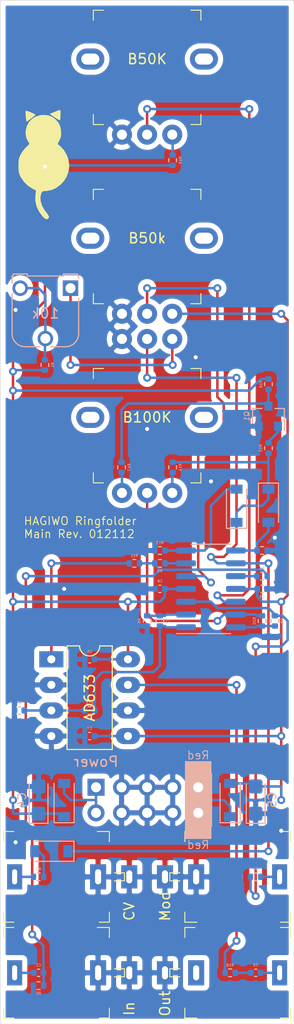
<source format=kicad_pcb>
(kicad_pcb (version 20171130) (host pcbnew "(5.1.10)-1")
  (layers (0 F.Cu signal) (31 B.Cu signal) (34 B.Paste user) (35 F.Paste user) (36 B.SilkS user) (37 F.SilkS user) (38 B.Mask user) (39 F.Mask user) (44 Edge.Cuts user))
  (net 0 "")
  (net 1 "Net-(C1-Pad2)")
  (net 2 "Net-(C1-Pad1)")
  (net 3 "Net-(C2-Pad2)")
  (net 4 GND)
  (net 5 "Net-(C3-Pad2)")
  (net 6 "Net-(C3-Pad1)")
  (net 7 "Net-(D1-Pad2)")
  (net 8 "Net-(D1-Pad1)")
  (net 9 "Net-(D2-Pad2)")
  (net 10 "Net-(D2-Pad1)")
  (net 11 "Net-(D3-Pad2)")
  (net 12 "Net-(D4-Pad2)")
  (net 13 "Net-(D5-Pad1)")
  (net 14 "Net-(J1-PadT)")
  (net 15 "Net-(J3-PadT)")
  (net 16 "Net-(P1-PadCW2)")
  (net 17 -12V)
  (net 18 "Net-(P1-PadW1)")
  (net 19 "Net-(P2-PadCW)")
  (net 20 "Net-(P2-PadW)")
  (net 21 "Net-(P2-PadCCW)")
  (net 22 "Net-(P3-PadCW)")
  (net 23 "Net-(P3-PadW)")
  (net 24 "Net-(Q1-Pad3)")
  (net 25 +12V)
  (net 26 "Net-(R1-Pad1)")
  (net 27 Fold_In)
  (net 28 "Net-(R3-Pad1)")
  (net 29 "Net-(R6-Pad2)")
  (net 30 "Net-(R10-Pad2)")
  (net 31 "Net-(R8-Pad1)")
  (net 32 "Net-(R9-Pad1)")
  (net 33 "Net-(R11-Pad1)")
  (net 34 "Net-(R18-Pad2)")
  (net 35 "Net-(Q1-Pad1)")
  (module "Eurorack_Synth:CATs Tiny" (layer F.Cu) (at 4.318 16.256)
    (fp_text reference G*** hide)
    (fp_text value LOGO hide)
  )
  (module Diode_SMD:D_SOD-123 (layer B.Cu) (at 22.86 79.375 90)
    (fp_text reference D5 hide)
    (fp_text value 1N5817 hide)
    (pad 2 smd rect (at 1.65 0 90) (size 0.9 1.2) (layers B.Cu B.Paste B.Mask) (net 17 -12V))
    (pad 1 smd rect (at -1.65 0 90) (size 0.9 1.2) (layers B.Cu B.Paste B.Mask) (net 13 "Net-(D5-Pad1)"))
  )
  (module Diode_SMD:D_SOD-123 (layer B.Cu) (at 6.35 79.375 90)
    (fp_text reference D4 hide)
    (fp_text value 1N5817 hide)
    (pad 2 smd rect (at 1.65 0 90) (size 0.9 1.2) (layers B.Cu B.Paste B.Mask) (net 12 "Net-(D4-Pad2)"))
    (pad 1 smd rect (at -1.65 0 90) (size 0.9 1.2) (layers B.Cu B.Paste B.Mask) (net 25 +12V))
  )
  (module Potentiometer_THT:Potentiometer_Runtron_RM-065_Vertical (layer B.Cu) (at 6.985 28.575 180)
    (fp_text reference T1 hide)
    (fp_text value 10k (at 2.5 -2.5) (layer B.SilkS) (effects (justify mirror)))
    (pad 2 thru_hole circle (at 2.5 -5 180) (size 1.55 1.55) (drill 1) (layers *.Cu *.Mask) (net 26 "Net-(R1-Pad1)"))
    (pad 1 thru_hole rect (at 0 0 180) (size 1.55 1.55) (drill 1) (layers *.Cu *.Mask) (net 16 "Net-(P1-PadCW2)"))
    (pad 3 thru_hole circle (at 5 0 180) (size 1.55 1.55) (drill 1) (layers *.Cu *.Mask) (net 26 "Net-(R1-Pad1)"))
  )
  (module Package_SO:SOIC-14_3.9x8.7mm_P1.27mm (layer B.Cu) (at 20.955 58.42)
    (fp_text reference U2 hide)
    (fp_text value TL074 hide)
    (pad 14 smd roundrect (at 2.475 3.81) (size 1.95 0.6) (layers B.Cu B.Paste B.Mask) (net 27 Fold_In))
    (pad 13 smd roundrect (at 2.475 2.54) (size 1.95 0.6) (layers B.Cu B.Paste B.Mask) (net 20 "Net-(P2-PadW)"))
    (pad 12 smd roundrect (at 2.475 1.27) (size 1.95 0.6) (layers B.Cu B.Paste B.Mask) (net 23 "Net-(P3-PadW)"))
    (pad 11 smd roundrect (at 2.475 0) (size 1.95 0.6) (layers B.Cu B.Paste B.Mask) (net 17 -12V))
    (pad 10 smd roundrect (at 2.475 -1.27) (size 1.95 0.6) (layers B.Cu B.Paste B.Mask) (net 31 "Net-(R8-Pad1)"))
    (pad 9 smd roundrect (at 2.475 -2.54) (size 1.95 0.6) (layers B.Cu B.Paste B.Mask) (net 8 "Net-(D1-Pad1)"))
    (pad 8 smd roundrect (at 2.475 -3.81) (size 1.95 0.6) (layers B.Cu B.Paste B.Mask) (net 9 "Net-(D2-Pad2)"))
    (pad 7 smd roundrect (at -2.475 -3.81) (size 1.95 0.6) (layers B.Cu B.Paste B.Mask) (net 11 "Net-(D3-Pad2)"))
    (pad 6 smd roundrect (at -2.475 -2.54) (size 1.95 0.6) (layers B.Cu B.Paste B.Mask) (net 32 "Net-(R9-Pad1)"))
    (pad 5 smd roundrect (at -2.475 -1.27) (size 1.95 0.6) (layers B.Cu B.Paste B.Mask) (net 18 "Net-(P1-PadW1)"))
    (pad 4 smd roundrect (at -2.475 0) (size 1.95 0.6) (layers B.Cu B.Paste B.Mask) (net 25 +12V))
    (pad 3 smd roundrect (at -2.475 1.27) (size 1.95 0.6) (layers B.Cu B.Paste B.Mask) (net 28 "Net-(R3-Pad1)"))
    (pad 2 smd roundrect (at -2.475 2.54) (size 1.95 0.6) (layers B.Cu B.Paste B.Mask) (net 29 "Net-(R6-Pad2)"))
    (pad 1 smd roundrect (at -2.475 3.81) (size 1.95 0.6) (layers B.Cu B.Paste B.Mask) (net 30 "Net-(R10-Pad2)"))
  )
  (module Resistor_SMD:R_0402_1005Metric (layer B.Cu) (at 26.035 61.595 90)
    (fp_text reference R20 hide)
    (fp_text value 100k hide)
    (fp_text user %R (at 0 -0.762 90) (layer B.SilkS) (effects (font (size 0.26 0.26) (thickness 0.04)) (justify mirror)))
    (pad 2 smd roundrect (at 0.51 0 90) (size 0.54 0.64) (layers B.Cu B.Paste B.Mask) (net 20 "Net-(P2-PadW)"))
    (pad 1 smd roundrect (at -0.51 0 90) (size 0.54 0.64) (layers B.Cu B.Paste B.Mask) (net 27 Fold_In))
  )
  (module Resistor_SMD:R_0402_1005Metric (layer B.Cu) (at 17.145 15.875 270)
    (fp_text reference R19 hide)
    (fp_text value 47k hide)
    (fp_text user %R (at 0 -0.762 90) (layer B.SilkS) (effects (font (size 0.26 0.26) (thickness 0.04)) (justify mirror)))
    (pad 2 smd roundrect (at 0.51 0 270) (size 0.54 0.64) (layers B.Cu B.Paste B.Mask) (net 25 +12V))
    (pad 1 smd roundrect (at -0.51 0 270) (size 0.54 0.64) (layers B.Cu B.Paste B.Mask) (net 22 "Net-(P3-PadCW)"))
  )
  (module Resistor_SMD:R_0402_1005Metric (layer B.Cu) (at 22.86 96.52 180)
    (fp_text reference R18 hide)
    (fp_text value 4k7 hide)
    (fp_text user %R (at 0 0.762) (layer B.SilkS) (effects (font (size 0.26 0.26) (thickness 0.04)) (justify mirror)))
    (pad 2 smd roundrect (at 0.51 0 180) (size 0.54 0.64) (layers B.Cu B.Paste B.Mask) (net 34 "Net-(R18-Pad2)"))
    (pad 1 smd roundrect (at -0.51 0 180) (size 0.54 0.64) (layers B.Cu B.Paste B.Mask) (net 5 "Net-(C3-Pad2)"))
  )
  (module Resistor_SMD:R_0402_1005Metric (layer B.Cu) (at 12.065 46.355 90)
    (fp_text reference R17 hide)
    (fp_text value 47k hide)
    (fp_text user %R (at 0 0.762 90) (layer B.SilkS) (effects (font (size 0.26 0.26) (thickness 0.04)) (justify mirror)))
    (pad 2 smd roundrect (at 0.51 0 90) (size 0.54 0.64) (layers B.Cu B.Paste B.Mask) (net 24 "Net-(Q1-Pad3)"))
    (pad 1 smd roundrect (at -0.51 0 90) (size 0.54 0.64) (layers B.Cu B.Paste B.Mask) (net 21 "Net-(P2-PadCCW)"))
  )
  (module Resistor_SMD:R_0402_1005Metric (layer B.Cu) (at 26.67 38.1 90)
    (fp_text reference R16 hide)
    (fp_text value 100k hide)
    (fp_text user %R (at 0 -0.762 90) (layer B.SilkS) (effects (font (size 0.26 0.26) (thickness 0.04)) (justify mirror)))
    (pad 2 smd roundrect (at 0.51 0 90) (size 0.54 0.64) (layers B.Cu B.Paste B.Mask) (net 25 +12V))
    (pad 1 smd roundrect (at -0.51 0 90) (size 0.54 0.64) (layers B.Cu B.Paste B.Mask) (net 24 "Net-(Q1-Pad3)"))
  )
  (module Resistor_SMD:R_0402_1005Metric (layer B.Cu) (at 26.67 44.45 270)
    (fp_text reference R15 hide)
    (fp_text value 10k hide)
    (fp_text user %R (at 0 0.762 90) (layer B.SilkS) (effects (font (size 0.26 0.26) (thickness 0.04)) (justify mirror)))
    (pad 2 smd roundrect (at 0.51 0 270) (size 0.54 0.64) (layers B.Cu B.Paste B.Mask) (net 10 "Net-(D2-Pad1)"))
    (pad 1 smd roundrect (at -0.51 0 270) (size 0.54 0.64) (layers B.Cu B.Paste B.Mask) (net 35 "Net-(Q1-Pad1)"))
  )
  (module Resistor_SMD:R_0402_1005Metric (layer B.Cu) (at 17.145 46.355 90)
    (fp_text reference R14 hide)
    (fp_text value 47k hide)
    (fp_text user %R (at 0 0.762 90) (layer B.SilkS) (effects (font (size 0.26 0.26) (thickness 0.04)) (justify mirror)))
    (pad 2 smd roundrect (at 0.51 0 90) (size 0.54 0.64) (layers B.Cu B.Paste B.Mask) (net 10 "Net-(D2-Pad1)"))
    (pad 1 smd roundrect (at -0.51 0 90) (size 0.54 0.64) (layers B.Cu B.Paste B.Mask) (net 19 "Net-(P2-PadCW)"))
  )
  (module Resistor_SMD:R_0402_1005Metric (layer B.Cu) (at 15.875 54.61)
    (fp_text reference R13 hide)
    (fp_text value 100k hide)
    (fp_text user %R (at 0 -0.762) (layer B.SilkS) (effects (font (size 0.26 0.26) (thickness 0.04)) (justify mirror)))
    (pad 2 smd roundrect (at 0.51 0) (size 0.54 0.64) (layers B.Cu B.Paste B.Mask) (net 11 "Net-(D3-Pad2)"))
    (pad 1 smd roundrect (at -0.51 0) (size 0.54 0.64) (layers B.Cu B.Paste B.Mask) (net 4 GND))
  )
  (module Resistor_SMD:R_0402_1005Metric (layer B.Cu) (at 26.035 54.61 180)
    (fp_text reference R12 hide)
    (fp_text value 100k hide)
    (pad 2 smd roundrect (at 0.51 0 180) (size 0.54 0.64) (layers B.Cu B.Paste B.Mask) (net 9 "Net-(D2-Pad2)"))
    (pad 1 smd roundrect (at -0.51 0 180) (size 0.54 0.64) (layers B.Cu B.Paste B.Mask) (net 4 GND))
  )
  (module Resistor_SMD:R_0402_1005Metric (layer B.Cu) (at 13.335 55.88)
    (fp_text reference R11 hide)
    (fp_text value 33k hide)
    (fp_text user %R (at 0 -0.762) (layer B.SilkS) (effects (font (size 0.26 0.26) (thickness 0.04)) (justify mirror)))
    (pad 2 smd roundrect (at 0.51 0) (size 0.54 0.64) (layers B.Cu B.Paste B.Mask) (net 2 "Net-(C1-Pad1)"))
    (pad 1 smd roundrect (at -0.51 0) (size 0.54 0.64) (layers B.Cu B.Paste B.Mask) (net 33 "Net-(R11-Pad1)"))
  )
  (module Resistor_SMD:R_0402_1005Metric (layer B.Cu) (at 8.89 70.485)
    (fp_text reference R10 hide)
    (fp_text value 10k hide)
    (fp_text user %R (at 0 -0.762) (layer B.SilkS) (effects (font (size 0.26 0.26) (thickness 0.04)) (justify mirror)))
    (pad 2 smd roundrect (at 0.51 0) (size 0.54 0.64) (layers B.Cu B.Paste B.Mask) (net 30 "Net-(R10-Pad2)"))
    (pad 1 smd roundrect (at -0.51 0) (size 0.54 0.64) (layers B.Cu B.Paste B.Mask) (net 3 "Net-(C2-Pad2)"))
  )
  (module Resistor_SMD:R_0402_1005Metric (layer B.Cu) (at 15.875 55.88 180)
    (fp_text reference R9 hide)
    (fp_text value 33k hide)
    (fp_text user %R (at 0 -0.762) (layer B.SilkS) (effects (font (size 0.26 0.26) (thickness 0.04)) (justify mirror)))
    (pad 2 smd roundrect (at 0.51 0 180) (size 0.54 0.64) (layers B.Cu B.Paste B.Mask) (net 2 "Net-(C1-Pad1)"))
    (pad 1 smd roundrect (at -0.51 0 180) (size 0.54 0.64) (layers B.Cu B.Paste B.Mask) (net 32 "Net-(R9-Pad1)"))
  )
  (module Resistor_SMD:R_0402_1005Metric (layer B.Cu) (at 26.035 57.15)
    (fp_text reference R8 hide)
    (fp_text value 33k hide)
    (fp_text user %R (at 0 -0.762) (layer B.SilkS) (effects (font (size 0.26 0.26) (thickness 0.04)) (justify mirror)))
    (pad 2 smd roundrect (at 0.51 0) (size 0.54 0.64) (layers B.Cu B.Paste B.Mask) (net 2 "Net-(C1-Pad1)"))
    (pad 1 smd roundrect (at -0.51 0) (size 0.54 0.64) (layers B.Cu B.Paste B.Mask) (net 31 "Net-(R8-Pad1)"))
  )
  (module Resistor_SMD:R_0402_1005Metric (layer B.Cu) (at 15.875 61.595 90)
    (fp_text reference R7 hide)
    (fp_text value 10k hide)
    (fp_text user %R (at 0 0.762 90) (layer B.SilkS) (effects (font (size 0.26 0.26) (thickness 0.04)) (justify mirror)))
    (pad 2 smd roundrect (at 0.51 0 90) (size 0.54 0.64) (layers B.Cu B.Paste B.Mask) (net 29 "Net-(R6-Pad2)"))
    (pad 1 smd roundrect (at -0.51 0 90) (size 0.54 0.64) (layers B.Cu B.Paste B.Mask) (net 30 "Net-(R10-Pad2)"))
  )
  (module Resistor_SMD:R_0402_1005Metric (layer B.Cu) (at 14.605 61.595 90)
    (fp_text reference R6 hide)
    (fp_text value 33k hide)
    (fp_text user %R (at 0 -0.762 90) (layer B.SilkS) (effects (font (size 0.26 0.26) (thickness 0.04)) (justify mirror)))
    (pad 2 smd roundrect (at 0.51 0 90) (size 0.54 0.64) (layers B.Cu B.Paste B.Mask) (net 29 "Net-(R6-Pad2)"))
    (pad 1 smd roundrect (at -0.51 0 90) (size 0.54 0.64) (layers B.Cu B.Paste B.Mask) (net 4 GND))
  )
  (module Resistor_SMD:R_0402_1005Metric (layer B.Cu) (at 3.81 97.79)
    (fp_text reference R5 hide)
    (fp_text value 100k hide)
    (fp_text user %R (at 0 0.762) (layer B.SilkS) (effects (font (size 0.26 0.26) (thickness 0.04)) (justify mirror)))
    (pad 2 smd roundrect (at 0.51 0) (size 0.54 0.64) (layers B.Cu B.Paste B.Mask) (net 2 "Net-(C1-Pad1)"))
    (pad 1 smd roundrect (at -0.51 0) (size 0.54 0.64) (layers B.Cu B.Paste B.Mask) (net 4 GND))
  )
  (module Resistor_SMD:R_0402_1005Metric (layer B.Cu) (at 25.4 86.995)
    (fp_text reference R4 hide)
    (fp_text value 33k hide)
    (fp_text user %R (at 0 -0.762) (layer B.SilkS) (effects (font (size 0.26 0.26) (thickness 0.04)) (justify mirror)))
    (pad 2 smd roundrect (at 0.51 0) (size 0.54 0.64) (layers B.Cu B.Paste B.Mask) (net 15 "Net-(J3-PadT)"))
    (pad 1 smd roundrect (at -0.51 0) (size 0.54 0.64) (layers B.Cu B.Paste B.Mask) (net 28 "Net-(R3-Pad1)"))
  )
  (module Resistor_SMD:R_0402_1005Metric (layer B.Cu) (at 27.305 61.595 270)
    (fp_text reference R3 hide)
    (fp_text value 33k hide)
    (fp_text user %R (at 0 -0.762 90) (layer B.SilkS) (effects (font (size 0.26 0.26) (thickness 0.04)) (justify mirror)))
    (pad 2 smd roundrect (at 0.51 0 270) (size 0.54 0.64) (layers B.Cu B.Paste B.Mask) (net 27 Fold_In))
    (pad 1 smd roundrect (at -0.51 0 270) (size 0.54 0.64) (layers B.Cu B.Paste B.Mask) (net 28 "Net-(R3-Pad1)"))
  )
  (module Resistor_SMD:R_0402_1005Metric (layer B.Cu) (at 3.81 86.995 180)
    (fp_text reference R2 hide)
    (fp_text value 10k hide)
    (fp_text user %R (at 0 0.762) (layer B.SilkS) (effects (font (size 0.26 0.26) (thickness 0.04)) (justify mirror)))
    (pad 2 smd roundrect (at 0.51 0 180) (size 0.54 0.64) (layers B.Cu B.Paste B.Mask) (net 14 "Net-(J1-PadT)"))
    (pad 1 smd roundrect (at -0.51 0 180) (size 0.54 0.64) (layers B.Cu B.Paste B.Mask) (net 7 "Net-(D1-Pad2)"))
  )
  (module Resistor_SMD:R_0402_1005Metric (layer B.Cu) (at 4.445 36.195 270)
    (fp_text reference R1 hide)
    (fp_text value 10k hide)
    (fp_text user %R (at 0 -0.762 90) (layer B.SilkS) (effects (font (size 0.26 0.26) (thickness 0.04)) (justify mirror)))
    (pad 2 smd roundrect (at 0.51 0 270) (size 0.54 0.64) (layers B.Cu B.Paste B.Mask) (net 25 +12V))
    (pad 1 smd roundrect (at -0.51 0 270) (size 0.54 0.64) (layers B.Cu B.Paste B.Mask) (net 26 "Net-(R1-Pad1)"))
  )
  (module Package_TO_SOT_SMD:SOT-23 (layer B.Cu) (at 26.67 41.275 90)
    (fp_text reference Q1 hide)
    (fp_text value MMBT3904 hide)
    (fp_text user %R (at 0 -2.159 270) (layer B.SilkS) (effects (font (size 0.5 0.5) (thickness 0.075)) (justify mirror)))
    (pad 3 smd rect (at 1 0 90) (size 0.9 0.8) (layers B.Cu B.Paste B.Mask) (net 24 "Net-(Q1-Pad3)"))
    (pad 2 smd rect (at -1 -0.95 90) (size 0.9 0.8) (layers B.Cu B.Paste B.Mask) (net 4 GND))
    (pad 1 smd rect (at -1 0.95 90) (size 0.9 0.8) (layers B.Cu B.Paste B.Mask) (net 35 "Net-(Q1-Pad1)"))
  )
  (module Diode_SMD:D_SOD-123 (layer B.Cu) (at 23.495 50.165 90)
    (fp_text reference D3 hide)
    (fp_text value 1N4148 hide)
    (pad 2 smd rect (at 1.65 0 90) (size 0.9 1.2) (layers B.Cu B.Paste B.Mask) (net 11 "Net-(D3-Pad2)"))
    (pad 1 smd rect (at -1.65 0 90) (size 0.9 1.2) (layers B.Cu B.Paste B.Mask) (net 10 "Net-(D2-Pad1)"))
  )
  (module Diode_SMD:D_SOD-123 (layer B.Cu) (at 26.67 50.165 270)
    (fp_text reference D2 hide)
    (fp_text value 1N4148 hide)
    (pad 2 smd rect (at 1.65 0 270) (size 0.9 1.2) (layers B.Cu B.Paste B.Mask) (net 9 "Net-(D2-Pad2)"))
    (pad 1 smd rect (at -1.65 0 270) (size 0.9 1.2) (layers B.Cu B.Paste B.Mask) (net 10 "Net-(D2-Pad1)"))
  )
  (module Diode_SMD:D_SOD-123 (layer B.Cu) (at 5.08 84.455 180)
    (fp_text reference D1 hide)
    (fp_text value 1N4148 hide)
    (pad 2 smd rect (at 1.65 0 180) (size 0.9 1.2) (layers B.Cu B.Paste B.Mask) (net 7 "Net-(D1-Pad2)"))
    (pad 1 smd rect (at -1.65 0 180) (size 0.9 1.2) (layers B.Cu B.Paste B.Mask) (net 8 "Net-(D1-Pad1)"))
  )
  (module Capacitor_SMD:C_0402_1005Metric (layer B.Cu) (at 26.035 58.42)
    (fp_text reference C9 hide)
    (fp_text value 100n hide)
    (fp_text user %R (at 0 0.762) (layer B.SilkS) (effects (font (size 0.25 0.25) (thickness 0.04)) (justify mirror)))
    (pad 2 smd roundrect (at 0.48 0) (size 0.56 0.62) (layers B.Cu B.Paste B.Mask) (net 4 GND))
    (pad 1 smd roundrect (at -0.48 0) (size 0.56 0.62) (layers B.Cu B.Paste B.Mask) (net 17 -12V))
  )
  (module Capacitor_SMD:C_0402_1005Metric (layer B.Cu) (at 15.875 58.42)
    (fp_text reference C8 hide)
    (fp_text value 100n hide)
    (fp_text user %R (at 0 -0.762) (layer B.SilkS) (effects (font (size 0.25 0.25) (thickness 0.04)) (justify mirror)))
    (pad 2 smd roundrect (at 0.48 0) (size 0.56 0.62) (layers B.Cu B.Paste B.Mask) (net 25 +12V))
    (pad 1 smd roundrect (at -0.48 0) (size 0.56 0.62) (layers B.Cu B.Paste B.Mask) (net 4 GND))
  )
  (module Capacitor_SMD:C_0402_1005Metric (layer B.Cu) (at 8.89 73.025 180)
    (fp_text reference C7 hide)
    (fp_text value 100n hide)
    (fp_text user %R (at 0 0.762) (layer B.SilkS) (effects (font (size 0.25 0.25) (thickness 0.04)) (justify mirror)))
    (pad 2 smd roundrect (at 0.48 0 180) (size 0.56 0.62) (layers B.Cu B.Paste B.Mask) (net 4 GND))
    (pad 1 smd roundrect (at -0.48 0 180) (size 0.56 0.62) (layers B.Cu B.Paste B.Mask) (net 17 -12V))
  )
  (module Capacitor_SMD:C_0402_1005Metric (layer B.Cu) (at 8.89 65.405)
    (fp_text reference C6 hide)
    (fp_text value 100n hide)
    (fp_text user %R (at 0 -0.762) (layer B.SilkS) (effects (font (size 0.25 0.25) (thickness 0.04)) (justify mirror)))
    (pad 2 smd roundrect (at 0.48 0) (size 0.56 0.62) (layers B.Cu B.Paste B.Mask) (net 25 +12V))
    (pad 1 smd roundrect (at -0.48 0) (size 0.56 0.62) (layers B.Cu B.Paste B.Mask) (net 4 GND))
  )
  (module Capacitor_Tantalum_SMD:CP_EIA-3216-18_Kemet-A (layer B.Cu) (at 25.4 79.375 90)
    (fp_text reference C5 hide)
    (fp_text value 10µ/25V hide)
    (fp_text user %R (at 0 1.651 90) (layer B.SilkS) (effects (font (size 0.8 0.8) (thickness 0.12)) (justify mirror)))
    (pad 2 smd roundrect (at 1.35 0 90) (size 1.4 1.35) (layers B.Cu B.Paste B.Mask) (roundrect_rratio 0.1851844444444445) (net 17 -12V))
    (pad 1 smd roundrect (at -1.35 0 90) (size 1.4 1.35) (layers B.Cu B.Paste B.Mask) (roundrect_rratio 0.1851844444444445) (net 4 GND))
  )
  (module Capacitor_Tantalum_SMD:CP_EIA-3216-18_Kemet-A (layer B.Cu) (at 3.81 79.375 90)
    (fp_text reference C4 hide)
    (fp_text value 10µ/25V hide)
    (fp_text user %R (at 0 -1.651 90) (layer B.SilkS) (effects (font (size 0.8 0.8) (thickness 0.12)) (justify mirror)))
    (pad 2 smd roundrect (at 1.35 0 90) (size 1.4 1.35) (layers B.Cu B.Paste B.Mask) (roundrect_rratio 0.1851844444444445) (net 4 GND))
    (pad 1 smd roundrect (at -1.35 0 90) (size 1.4 1.35) (layers B.Cu B.Paste B.Mask) (roundrect_rratio 0.1851844444444445) (net 25 +12V))
  )
  (module Capacitor_SMD:C_0402_1005Metric (layer B.Cu) (at 25.4 96.52 180)
    (fp_text reference C3 hide)
    (fp_text value 1µ hide)
    (fp_text user %R (at 0 0.762) (layer B.SilkS) (effects (font (size 0.25 0.25) (thickness 0.04)) (justify mirror)))
    (pad 2 smd roundrect (at 0.48 0 180) (size 0.56 0.62) (layers B.Cu B.Paste B.Mask) (net 5 "Net-(C3-Pad2)"))
    (pad 1 smd roundrect (at -0.48 0 180) (size 0.56 0.62) (layers B.Cu B.Paste B.Mask) (net 6 "Net-(C3-Pad1)"))
  )
  (module Capacitor_SMD:C_0402_1005Metric (layer B.Cu) (at 1.905 70.485)
    (fp_text reference C2 hide)
    (fp_text value 3n3 hide)
    (fp_text user %R (at 0 -0.762) (layer B.SilkS) (effects (font (size 0.25 0.25) (thickness 0.04)) (justify mirror)))
    (pad 2 smd roundrect (at 0.48 0) (size 0.56 0.62) (layers B.Cu B.Paste B.Mask) (net 3 "Net-(C2-Pad2)"))
    (pad 1 smd roundrect (at -0.48 0) (size 0.56 0.62) (layers B.Cu B.Paste B.Mask) (net 4 GND))
  )
  (module Capacitor_SMD:C_0402_1005Metric (layer B.Cu) (at 3.81 96.52 180)
    (fp_text reference C1 hide)
    (fp_text value 1µ hide)
    (fp_text user %R (at 0 0.762) (layer B.SilkS) (effects (font (size 0.25 0.25) (thickness 0.04)) (justify mirror)))
    (pad 2 smd roundrect (at 0.48 0 180) (size 0.56 0.62) (layers B.Cu B.Paste B.Mask) (net 1 "Net-(C1-Pad2)"))
    (pad 1 smd roundrect (at -0.48 0 180) (size 0.56 0.62) (layers B.Cu B.Paste B.Mask) (net 2 "Net-(C1-Pad1)"))
  )
  (module Package_DIP:DIP-8_W7.62mm_LongPads (layer F.Cu) (at 5.08 65.405)
    (fp_text reference U1 hide)
    (fp_text value AD633 (at 3.81 3.81 90) (layer F.SilkS))
    (pad 8 thru_hole oval (at 7.62 0) (size 2.4 1.6) (drill 0.8) (layers *.Cu *.Mask) (net 25 +12V))
    (pad 4 thru_hole oval (at 0 7.62) (size 2.4 1.6) (drill 0.8) (layers *.Cu *.Mask) (net 4 GND))
    (pad 7 thru_hole oval (at 7.62 2.54) (size 2.4 1.6) (drill 0.8) (layers *.Cu *.Mask) (net 34 "Net-(R18-Pad2)"))
    (pad 3 thru_hole oval (at 0 5.08) (size 2.4 1.6) (drill 0.8) (layers *.Cu *.Mask) (net 3 "Net-(C2-Pad2)"))
    (pad 6 thru_hole oval (at 7.62 5.08) (size 2.4 1.6) (drill 0.8) (layers *.Cu *.Mask) (net 4 GND))
    (pad 2 thru_hole oval (at 0 2.54) (size 2.4 1.6) (drill 0.8) (layers *.Cu *.Mask) (net 4 GND))
    (pad 5 thru_hole oval (at 7.62 7.62) (size 2.4 1.6) (drill 0.8) (layers *.Cu *.Mask) (net 17 -12V))
    (pad 1 thru_hole rect (at 0 0) (size 2.4 1.6) (drill 0.8) (layers *.Cu *.Mask) (net 33 "Net-(R11-Pad1)"))
  )
  (module Potentiometer_THT_Additional:Potentiometer_AlpsAlpine_RK09L1140 (layer F.Cu) (at 14.605 13.335)
    (fp_text reference P3 hide)
    (fp_text value B50K (at 0 -7.5) (layer F.SilkS))
    (pad CW thru_hole circle (at 2.5 0) (size 2 2) (drill 1) (layers *.Cu *.Mask) (net 22 "Net-(P3-PadCW)"))
    (pad W thru_hole circle (at 0 0) (size 2 2) (drill 1) (layers *.Cu *.Mask) (net 23 "Net-(P3-PadW)"))
    (pad CCW thru_hole circle (at -2.5 0) (size 2 2) (drill 1) (layers *.Cu *.Mask) (net 4 GND))
    (pad "" np_thru_hole oval (at 5.65 -7.5) (size 2.8 2.1) (drill oval 1.8 1.1) (layers *.Cu *.Mask))
    (pad "" np_thru_hole oval (at -5.65 -7.5) (size 2.8 2.1) (drill oval 1.8 1.1) (layers *.Cu *.Mask))
  )
  (module Potentiometer_THT_Additional:Potentiometer_AlpsAlpine_RK09L1140 (layer F.Cu) (at 14.605 48.895)
    (fp_text reference P2 hide)
    (fp_text value B100K (at 0 -7.5) (layer F.SilkS))
    (pad CW thru_hole circle (at 2.5 0) (size 2 2) (drill 1) (layers *.Cu *.Mask) (net 19 "Net-(P2-PadCW)"))
    (pad W thru_hole circle (at 0 0) (size 2 2) (drill 1) (layers *.Cu *.Mask) (net 20 "Net-(P2-PadW)"))
    (pad CCW thru_hole circle (at -2.5 0) (size 2 2) (drill 1) (layers *.Cu *.Mask) (net 21 "Net-(P2-PadCCW)"))
    (pad "" np_thru_hole oval (at 5.65 -7.5) (size 2.8 2.1) (drill oval 1.8 1.1) (layers *.Cu *.Mask))
    (pad "" np_thru_hole oval (at -5.65 -7.5) (size 2.8 2.1) (drill oval 1.8 1.1) (layers *.Cu *.Mask))
  )
  (module Potentiometer_THT_Additional:Potentiometer_AlpsAlpine_RK09L1240 (layer F.Cu) (at 14.605 31.115)
    (fp_text reference P1 hide)
    (fp_text value B50k (at 0 -7.5) (layer F.SilkS))
    (pad CW2 thru_hole circle (at 2.5 2.5) (size 2 2) (drill 1) (layers *.Cu *.Mask) (net 16 "Net-(P1-PadCW2)"))
    (pad W2 thru_hole circle (at 0 2.5) (size 2 2) (drill 1) (layers *.Cu *.Mask) (net 8 "Net-(D1-Pad1)"))
    (pad CCW2 thru_hole circle (at -2.5 2.5) (size 2 2) (drill 1) (layers *.Cu *.Mask) (net 4 GND))
    (pad CW1 thru_hole circle (at 2.5 0) (size 2 2) (drill 1) (layers *.Cu *.Mask) (net 17 -12V))
    (pad W1 thru_hole circle (at 0 0) (size 2 2) (drill 1) (layers *.Cu *.Mask) (net 18 "Net-(P1-PadW1)"))
    (pad CCW1 thru_hole circle (at -2.5 0) (size 2 2) (drill 1) (layers *.Cu *.Mask) (net 4 GND))
    (pad "" np_thru_hole oval (at 5.65 -7.5) (size 2.8 2.1) (drill oval 1.8 1.1) (layers *.Cu *.Mask))
    (pad "" np_thru_hole oval (at -5.65 -7.5) (size 2.8 2.1) (drill oval 1.8 1.1) (layers *.Cu *.Mask))
  )
  (module Eurorack_Synth:Power_2x5_Vertical (layer B.Cu) (at 9.525 78.105 270)
    (fp_text reference J5 hide)
    (fp_text value Power (at -2.54 0) (layer B.SilkS) (effects (justify mirror)))
    (fp_text user Red (at -3.175 -10.16) (layer B.SilkS) (effects (font (size 0.8 0.8) (thickness 0.1)) (justify mirror)))
    (fp_text user Red (at 5.715 -10.16) (layer B.SilkS) (effects (font (size 0.8 0.8) (thickness 0.1)) (justify mirror)))
    (pad -12V thru_hole oval (at 2.54 -10.16 270) (size 1.7 1.7) (drill 1) (layers *.Cu *.Mask) (net 13 "Net-(D5-Pad1)"))
    (pad -12V thru_hole oval (at 0 -10.16 270) (size 1.7 1.7) (drill 1) (layers *.Cu *.Mask) (net 13 "Net-(D5-Pad1)"))
    (pad GND thru_hole oval (at 2.54 -7.62 270) (size 1.7 1.7) (drill 1) (layers *.Cu *.Mask) (net 4 GND))
    (pad GND thru_hole oval (at 0 -7.62 270) (size 1.7 1.7) (drill 1) (layers *.Cu *.Mask) (net 4 GND))
    (pad GND thru_hole oval (at 2.54 -5.08 270) (size 1.7 1.7) (drill 1) (layers *.Cu *.Mask) (net 4 GND))
    (pad GND thru_hole oval (at 0 -5.08 270) (size 1.7 1.7) (drill 1) (layers *.Cu *.Mask) (net 4 GND))
    (pad GND thru_hole oval (at 2.54 -2.54 270) (size 1.7 1.7) (drill 1) (layers *.Cu *.Mask) (net 4 GND))
    (pad GND thru_hole oval (at 0 -2.54 270) (size 1.7 1.7) (drill 1) (layers *.Cu *.Mask) (net 4 GND))
    (pad +12V thru_hole oval (at 2.54 0 270) (size 1.7 1.7) (drill 1) (layers *.Cu *.Mask) (net 12 "Net-(D4-Pad2)"))
    (pad +12V thru_hole rect (at 0 0 270) (size 1.7 1.7) (drill 1) (layers *.Cu *.Mask) (net 12 "Net-(D4-Pad2)"))
  )
  (module Connector_Audio_QingPu:Jack_3.5mm_QingPu_WQP-PJ301M-12 (layer F.Cu) (at 22.86 96.52 270)
    (fp_text reference J4 hide)
    (fp_text value Out (at 3.048 6.477 90) (layer F.SilkS))
    (pad T thru_hole rect (at 0 -4.92 270) (size 2.5 1.5) (drill oval 1.5 0.5) (layers *.Cu *.Mask) (net 6 "Net-(C3-Pad1)"))
    (pad TN thru_hole rect (at 0 3.38 270) (size 2.5 1.6) (drill oval 1.5 0.6) (layers *.Cu *.Mask))
    (pad S thru_hole rect (at 0 6.48 270) (size 2.3 1.6) (drill oval 1.3 0.6) (layers *.Cu *.Mask) (net 4 GND))
  )
  (module Connector_Audio_QingPu:Jack_3.5mm_QingPu_WQP-PJ301M-12 (layer F.Cu) (at 22.86 86.995 270)
    (fp_text reference J3 hide)
    (fp_text value Mod (at 2.921 6.477 270) (layer F.SilkS))
    (pad T thru_hole rect (at 0 -4.92 270) (size 2.5 1.5) (drill oval 1.5 0.5) (layers *.Cu *.Mask) (net 15 "Net-(J3-PadT)"))
    (pad TN thru_hole rect (at 0 3.38 270) (size 2.5 1.6) (drill oval 1.5 0.6) (layers *.Cu *.Mask) (net 4 GND))
    (pad S thru_hole rect (at 0 6.48 270) (size 2.3 1.6) (drill oval 1.3 0.6) (layers *.Cu *.Mask) (net 4 GND))
  )
  (module Connector_Audio_QingPu:Jack_3.5mm_QingPu_WQP-PJ301M-12 (layer F.Cu) (at 6.35 96.52 90)
    (fp_text reference J2 hide)
    (fp_text value In (at -3.556 6.477 90) (layer F.SilkS))
    (pad T thru_hole rect (at 0 -4.92 90) (size 2.5 1.5) (drill oval 1.5 0.5) (layers *.Cu *.Mask) (net 1 "Net-(C1-Pad2)"))
    (pad TN thru_hole rect (at 0 3.38 90) (size 2.5 1.6) (drill oval 1.5 0.6) (layers *.Cu *.Mask) (net 4 GND))
    (pad S thru_hole rect (at 0 6.48 90) (size 2.3 1.6) (drill oval 1.3 0.6) (layers *.Cu *.Mask) (net 4 GND))
  )
  (module Connector_Audio_QingPu:Jack_3.5mm_QingPu_WQP-PJ301M-12 (layer F.Cu) (at 6.35 86.995 90)
    (fp_text reference J1 hide)
    (fp_text value CV (at -3.429 6.477 90) (layer F.SilkS))
    (pad T thru_hole rect (at 0 -4.92 90) (size 2.5 1.5) (drill oval 1.5 0.5) (layers *.Cu *.Mask) (net 14 "Net-(J1-PadT)"))
    (pad TN thru_hole rect (at 0 3.38 90) (size 2.5 1.6) (drill oval 1.5 0.6) (layers *.Cu *.Mask) (net 4 GND))
    (pad S thru_hole rect (at 0 6.48 90) (size 2.3 1.6) (drill oval 1.3 0.6) (layers *.Cu *.Mask) (net 4 GND))
  )
  (gr_text "HAGIWO Ringfolder\nMain Rev. 012112" (at 2.286 52.324) (layer F.SilkS) (effects (font (size 0.8 0.8) (thickness 0.1)) (justify left)))
  (gr_line (start 0 101.6) (end 0 0) (layer Edge.Cuts) (width 0.05))
  (gr_line (start 29.21 101.6) (end 0 101.6) (layer Edge.Cuts) (width 0.05))
  (gr_line (start 29.21 0) (end 29.21 101.6) (layer Edge.Cuts) (width 0.05))
  (gr_line (start 0 0) (end 29.21 0) (layer Edge.Cuts) (width 0.05))
  (segment (start 1.43 96.52) (end 3.33 96.52) (width 0.25) (layer B.Cu) (net 1))
  (segment (start 15.365 55.88) (end 15.365 56.005) (width 0.25) (layer B.Cu) (net 2))
  (segment (start 25.199456 56.50499) (end 26.02499 56.50499) (width 0.25) (layer B.Cu) (net 2))
  (segment (start 17.468232 56.515) (end 25.189446 56.515) (width 0.25) (layer B.Cu) (net 2))
  (segment (start 17.458222 56.52501) (end 17.468232 56.515) (width 0.25) (layer B.Cu) (net 2))
  (segment (start 15.88501 56.52501) (end 17.458222 56.52501) (width 0.25) (layer B.Cu) (net 2))
  (segment (start 25.189446 56.515) (end 25.199456 56.50499) (width 0.25) (layer B.Cu) (net 2))
  (segment (start 15.365 56.005) (end 15.88501 56.52501) (width 0.25) (layer B.Cu) (net 2))
  (segment (start 26.545 57.025) (end 26.545 57.15) (width 0.25) (layer B.Cu) (net 2))
  (segment (start 26.02499 56.50499) (end 26.545 57.025) (width 0.25) (layer B.Cu) (net 2))
  (segment (start 4.32 96.55) (end 4.29 96.52) (width 0.25) (layer B.Cu) (net 2))
  (segment (start 4.32 97.79) (end 4.32 96.55) (width 0.25) (layer B.Cu) (net 2))
  (segment (start 13.845 55.88) (end 15.365 55.88) (width 0.25) (layer B.Cu) (net 2))
  (segment (start 15.88501 56.52501) (end 15.86499 56.52501) (width 0.25) (layer B.Cu) (net 2))
  (segment (start 15.86499 56.52501) (end 15.24 57.15) (width 0.25) (layer B.Cu) (net 2))
  (segment (start 15.24 57.15) (end 2.54 57.15) (width 0.25) (layer B.Cu) (net 2))
  (segment (start 2.54 57.15) (end 2.54 57.15) (width 0.25) (layer B.Cu) (net 2))
  (via (at 2.54 57.15) (size 0.8) (drill 0.4) (layers F.Cu B.Cu) (net 2))
  (segment (start 2.54 57.15) (end 2.54 81.915) (width 0.25) (layer F.Cu) (net 2))
  (segment (start 2.54 81.915) (end 3.175 82.55) (width 0.25) (layer F.Cu) (net 2))
  (segment (start 3.175 82.55) (end 3.175 92.71) (width 0.25) (layer F.Cu) (net 2))
  (segment (start 3.175 92.71) (end 3.175 92.71) (width 0.25) (layer F.Cu) (net 2))
  (via (at 3.175 92.71) (size 0.8) (drill 0.4) (layers F.Cu B.Cu) (net 2))
  (segment (start 4.29 93.825) (end 3.175 92.71) (width 0.25) (layer B.Cu) (net 2))
  (segment (start 4.29 96.52) (end 4.29 93.825) (width 0.25) (layer B.Cu) (net 2))
  (segment (start 5.08 70.485) (end 2.385 70.485) (width 0.25) (layer B.Cu) (net 3))
  (segment (start 2.415 70.455) (end 2.385 70.485) (width 0.25) (layer B.Cu) (net 3))
  (segment (start 5.08 70.485) (end 8.38 70.485) (width 0.25) (layer B.Cu) (net 3))
  (via (at 6.35 58.42) (size 0.8) (drill 0.4) (layers F.Cu B.Cu) (net 4))
  (via (at 14.605 42.545) (size 0.8) (drill 0.4) (layers F.Cu B.Cu) (net 4))
  (via (at 27.305 53.34) (size 0.8) (drill 0.4) (layers F.Cu B.Cu) (net 4))
  (via (at 19.431 35.433) (size 0.8) (drill 0.4) (layers F.Cu B.Cu) (net 4))
  (via (at 1.524 30.734) (size 0.8) (drill 0.4) (layers F.Cu B.Cu) (net 4))
  (via (at 20.955 47.752) (size 0.8) (drill 0.4) (layers F.Cu B.Cu) (net 4))
  (via (at 27.94 82.423) (size 0.8) (drill 0.4) (layers F.Cu B.Cu) (net 4))
  (via (at 1.524 83.566) (size 0.8) (drill 0.4) (layers F.Cu B.Cu) (net 4))
  (segment (start 23.37 96.52) (end 24.92 96.52) (width 0.25) (layer B.Cu) (net 5))
  (segment (start 25.88 96.52) (end 27.78 96.52) (width 0.25) (layer B.Cu) (net 6))
  (segment (start 4.32 86.995) (end 4.32 84.965) (width 0.25) (layer B.Cu) (net 7))
  (segment (start 3.81 84.455) (end 3.43 84.455) (width 0.25) (layer B.Cu) (net 7))
  (segment (start 4.32 84.965) (end 3.81 84.455) (width 0.25) (layer B.Cu) (net 7))
  (segment (start 23.43 55.88) (end 26.67 55.88) (width 0.25) (layer B.Cu) (net 8))
  (segment (start 26.67 55.88) (end 26.67 55.88) (width 0.25) (layer B.Cu) (net 8))
  (via (at 26.67 55.88) (size 0.8) (drill 0.4) (layers F.Cu B.Cu) (net 8))
  (segment (start 26.67 55.88) (end 26.67 84.455) (width 0.25) (layer F.Cu) (net 8))
  (segment (start 26.67 84.455) (end 26.67 84.455) (width 0.25) (layer F.Cu) (net 8))
  (via (at 26.67 84.455) (size 0.8) (drill 0.4) (layers F.Cu B.Cu) (net 8))
  (segment (start 26.67 84.455) (end 6.73 84.455) (width 0.25) (layer B.Cu) (net 8))
  (segment (start 23.43 55.88) (end 21.59 55.88) (width 0.25) (layer B.Cu) (net 8))
  (segment (start 21.59 55.88) (end 20.955 55.245) (width 0.25) (layer B.Cu) (net 8))
  (segment (start 20.955 55.245) (end 20.955 55.245) (width 0.25) (layer B.Cu) (net 8))
  (via (at 20.955 55.245) (size 0.8) (drill 0.4) (layers F.Cu B.Cu) (net 8))
  (segment (start 20.955 55.245) (end 22.225 55.245) (width 0.25) (layer F.Cu) (net 8))
  (segment (start 22.225 55.245) (end 23.495 53.975) (width 0.25) (layer F.Cu) (net 8))
  (segment (start 23.495 53.975) (end 23.495 46.99) (width 0.25) (layer F.Cu) (net 8))
  (segment (start 23.495 46.99) (end 23.495 37.465) (width 0.25) (layer F.Cu) (net 8))
  (segment (start 23.495 37.465) (end 23.495 37.465) (width 0.25) (layer F.Cu) (net 8))
  (via (at 23.495 37.465) (size 0.8) (drill 0.4) (layers F.Cu B.Cu) (net 8))
  (segment (start 23.495 37.465) (end 14.605 37.465) (width 0.25) (layer B.Cu) (net 8))
  (segment (start 14.605 37.465) (end 14.605 37.465) (width 0.25) (layer B.Cu) (net 8))
  (via (at 14.605 37.465) (size 0.8) (drill 0.4) (layers F.Cu B.Cu) (net 8))
  (segment (start 14.605 37.465) (end 14.605 33.615) (width 0.25) (layer F.Cu) (net 8))
  (segment (start 25.525 54.61) (end 23.43 54.61) (width 0.25) (layer B.Cu) (net 9))
  (segment (start 26.67 52.705) (end 26.67 52.07) (width 0.25) (layer B.Cu) (net 9))
  (segment (start 25.525 53.85) (end 26.67 52.705) (width 0.25) (layer B.Cu) (net 9))
  (segment (start 25.525 54.61) (end 25.525 53.85) (width 0.25) (layer B.Cu) (net 9))
  (segment (start 26.545 45.845) (end 26.67 45.72) (width 0.25) (layer B.Cu) (net 10))
  (segment (start 17.145 45.845) (end 26.545 45.845) (width 0.25) (layer B.Cu) (net 10))
  (segment (start 26.67 45.72) (end 26.67 44.96) (width 0.25) (layer B.Cu) (net 10))
  (segment (start 26.67 49.15) (end 26.67 45.72) (width 0.25) (layer B.Cu) (net 10))
  (segment (start 26.67 49.53) (end 26.67 49.15) (width 0.25) (layer B.Cu) (net 10))
  (segment (start 26.035 50.165) (end 26.67 49.53) (width 0.25) (layer B.Cu) (net 10))
  (segment (start 24.13 50.165) (end 26.035 50.165) (width 0.25) (layer B.Cu) (net 10))
  (segment (start 23.495 50.8) (end 24.13 50.165) (width 0.25) (layer B.Cu) (net 10))
  (segment (start 23.495 51.815) (end 23.495 50.8) (width 0.25) (layer B.Cu) (net 10))
  (segment (start 16.385 54.61) (end 18.48 54.61) (width 0.25) (layer B.Cu) (net 11))
  (segment (start 20.32 54.61) (end 18.48 54.61) (width 0.25) (layer B.Cu) (net 11))
  (segment (start 20.955 53.975) (end 20.32 54.61) (width 0.25) (layer B.Cu) (net 11))
  (segment (start 20.955 50.165) (end 20.955 53.975) (width 0.25) (layer B.Cu) (net 11))
  (segment (start 22.605 48.515) (end 20.955 50.165) (width 0.25) (layer B.Cu) (net 11))
  (segment (start 23.495 48.515) (end 22.605 48.515) (width 0.25) (layer B.Cu) (net 11))
  (segment (start 9.525 79.375) (end 6.985 79.375) (width 0.25) (layer B.Cu) (net 12))
  (segment (start 9.525 80.645) (end 9.525 79.375) (width 0.25) (layer B.Cu) (net 12))
  (segment (start 9.525 79.375) (end 9.525 78.105) (width 0.25) (layer B.Cu) (net 12))
  (segment (start 6.985 79.375) (end 6.35 78.74) (width 0.25) (layer B.Cu) (net 12))
  (segment (start 6.35 78.74) (end 6.35 77.725) (width 0.25) (layer B.Cu) (net 12))
  (segment (start 19.685 78.105) (end 19.685 79.375) (width 0.25) (layer B.Cu) (net 13))
  (segment (start 19.685 79.375) (end 19.685 80.645) (width 0.25) (layer B.Cu) (net 13))
  (segment (start 22.225 79.375) (end 22.86 80.01) (width 0.25) (layer B.Cu) (net 13))
  (segment (start 19.685 79.375) (end 22.225 79.375) (width 0.25) (layer B.Cu) (net 13))
  (segment (start 22.86 80.01) (end 22.86 81.025) (width 0.25) (layer B.Cu) (net 13))
  (segment (start 1.43 86.995) (end 3.3 86.995) (width 0.25) (layer B.Cu) (net 14))
  (segment (start 27.78 86.995) (end 25.91 86.995) (width 0.25) (layer B.Cu) (net 15))
  (segment (start 6.985 28.575) (end 6.985 36.195) (width 0.25) (layer F.Cu) (net 16))
  (segment (start 6.985 36.195) (end 6.985 36.195) (width 0.25) (layer B.Cu) (net 16))
  (via (at 6.985 36.195) (size 0.8) (drill 0.4) (layers F.Cu B.Cu) (net 16))
  (segment (start 6.985 36.195) (end 17.145 36.195) (width 0.25) (layer B.Cu) (net 16))
  (segment (start 17.145 36.195) (end 17.145 36.195) (width 0.25) (layer F.Cu) (net 16))
  (via (at 17.145 36.195) (size 0.8) (drill 0.4) (layers F.Cu B.Cu) (net 16))
  (segment (start 17.105 36.155) (end 17.145 36.195) (width 0.25) (layer F.Cu) (net 16))
  (segment (start 17.105 33.615) (end 17.105 36.155) (width 0.25) (layer F.Cu) (net 16))
  (via (at 27.94 79.375) (size 0.8) (drill 0.4) (layers F.Cu B.Cu) (net 17))
  (segment (start 23.43 58.42) (end 25.555 58.42) (width 0.25) (layer B.Cu) (net 17))
  (segment (start 9.37 73.025) (end 12.7 73.025) (width 0.25) (layer B.Cu) (net 17))
  (segment (start 25.4 78.025) (end 27.86 78.025) (width 0.25) (layer B.Cu) (net 17))
  (segment (start 27.94 78.105) (end 27.94 79.375) (width 0.25) (layer B.Cu) (net 17))
  (segment (start 27.86 78.025) (end 27.94 78.105) (width 0.25) (layer B.Cu) (net 17))
  (segment (start 27.94 79.375) (end 27.94 73.025) (width 0.25) (layer F.Cu) (net 17))
  (segment (start 27.94 59.69) (end 27.94 59.69) (width 0.25) (layer F.Cu) (net 17))
  (via (at 27.94 59.69) (size 0.8) (drill 0.4) (layers F.Cu B.Cu) (net 17))
  (segment (start 25.555 58.42) (end 25.555 59.21) (width 0.25) (layer B.Cu) (net 17))
  (segment (start 26.035 59.69) (end 27.94 59.69) (width 0.25) (layer B.Cu) (net 17))
  (segment (start 25.555 59.21) (end 26.035 59.69) (width 0.25) (layer B.Cu) (net 17))
  (segment (start 27.94 73.025) (end 27.94 59.69) (width 0.25) (layer F.Cu) (net 17))
  (via (at 27.94 73.025) (size 0.8) (drill 0.4) (layers F.Cu B.Cu) (net 17))
  (segment (start 27.94 73.025) (end 12.7 73.025) (width 0.25) (layer B.Cu) (net 17))
  (segment (start 27.94 31.115) (end 27.94 31.115) (width 0.25) (layer F.Cu) (net 17))
  (via (at 27.94 31.115) (size 0.8) (drill 0.4) (layers F.Cu B.Cu) (net 17))
  (segment (start 27.94 31.115) (end 17.105 31.115) (width 0.25) (layer B.Cu) (net 17))
  (segment (start 27.94 59.69) (end 28.575 59.055) (width 0.25) (layer F.Cu) (net 17))
  (segment (start 28.575 31.75) (end 27.94 31.115) (width 0.25) (layer F.Cu) (net 17))
  (segment (start 28.575 59.055) (end 28.575 31.75) (width 0.25) (layer F.Cu) (net 17))
  (segment (start 25.1 77.725) (end 25.4 78.025) (width 0.25) (layer B.Cu) (net 17))
  (segment (start 22.86 77.725) (end 25.1 77.725) (width 0.25) (layer B.Cu) (net 17))
  (segment (start 18.48 57.15) (end 20.32 57.15) (width 0.25) (layer B.Cu) (net 18))
  (segment (start 20.32 57.15) (end 20.955 57.785) (width 0.25) (layer B.Cu) (net 18))
  (segment (start 20.955 57.785) (end 20.955 57.785) (width 0.25) (layer B.Cu) (net 18))
  (via (at 20.955 57.785) (size 0.8) (drill 0.4) (layers F.Cu B.Cu) (net 18))
  (segment (start 20.955 57.785) (end 19.685 56.515) (width 0.25) (layer F.Cu) (net 18))
  (segment (start 19.685 56.515) (end 19.685 46.99) (width 0.25) (layer F.Cu) (net 18))
  (segment (start 19.685 46.99) (end 19.685 45.085) (width 0.25) (layer F.Cu) (net 18))
  (segment (start 19.685 45.085) (end 22.225 42.545) (width 0.25) (layer F.Cu) (net 18))
  (segment (start 22.225 42.545) (end 22.225 40.005) (width 0.25) (layer F.Cu) (net 18))
  (segment (start 22.225 40.005) (end 21.59 39.37) (width 0.25) (layer F.Cu) (net 18))
  (segment (start 21.59 39.37) (end 21.59 28.575) (width 0.25) (layer F.Cu) (net 18))
  (segment (start 21.59 28.575) (end 21.59 28.575) (width 0.25) (layer F.Cu) (net 18))
  (via (at 21.59 28.575) (size 0.8) (drill 0.4) (layers F.Cu B.Cu) (net 18))
  (segment (start 21.59 28.575) (end 14.605 28.575) (width 0.25) (layer B.Cu) (net 18))
  (segment (start 14.605 28.575) (end 14.605 28.575) (width 0.25) (layer B.Cu) (net 18))
  (via (at 14.605 28.575) (size 0.8) (drill 0.4) (layers F.Cu B.Cu) (net 18))
  (segment (start 14.605 31.115) (end 14.605 28.575) (width 0.25) (layer F.Cu) (net 18))
  (segment (start 17.105 46.905) (end 17.145 46.865) (width 0.25) (layer B.Cu) (net 19))
  (segment (start 17.105 48.895) (end 17.105 46.905) (width 0.25) (layer B.Cu) (net 19))
  (segment (start 26.035 61.085) (end 25.525 61.085) (width 0.25) (layer B.Cu) (net 20))
  (segment (start 25.4 60.96) (end 23.43 60.96) (width 0.25) (layer B.Cu) (net 20))
  (segment (start 25.525 61.085) (end 25.4 60.96) (width 0.25) (layer B.Cu) (net 20))
  (segment (start 23.43 60.96) (end 22.225 60.96) (width 0.25) (layer B.Cu) (net 20))
  (segment (start 22.225 60.96) (end 21.59 61.595) (width 0.25) (layer B.Cu) (net 20))
  (segment (start 21.59 61.595) (end 21.59 61.595) (width 0.25) (layer B.Cu) (net 20))
  (via (at 21.59 61.595) (size 0.8) (drill 0.4) (layers F.Cu B.Cu) (net 20))
  (segment (start 21.59 61.595) (end 15.24 61.595) (width 0.25) (layer F.Cu) (net 20))
  (segment (start 14.605 60.96) (end 14.605 48.895) (width 0.25) (layer F.Cu) (net 20))
  (segment (start 15.24 61.595) (end 14.605 60.96) (width 0.25) (layer F.Cu) (net 20))
  (segment (start 12.105 46.905) (end 12.065 46.865) (width 0.25) (layer B.Cu) (net 21))
  (segment (start 12.105 48.895) (end 12.105 46.905) (width 0.25) (layer B.Cu) (net 21))
  (segment (start 17.145 13.375) (end 17.105 13.335) (width 0.25) (layer B.Cu) (net 22))
  (segment (start 17.145 15.365) (end 17.145 13.375) (width 0.25) (layer B.Cu) (net 22))
  (segment (start 23.43 59.69) (end 22.225 59.69) (width 0.25) (layer B.Cu) (net 23))
  (segment (start 22.225 59.69) (end 21.59 59.055) (width 0.25) (layer B.Cu) (net 23))
  (segment (start 21.59 59.055) (end 21.59 59.055) (width 0.25) (layer B.Cu) (net 23))
  (via (at 21.59 59.055) (size 0.8) (drill 0.4) (layers F.Cu B.Cu) (net 23))
  (segment (start 21.59 59.055) (end 24.13 59.055) (width 0.25) (layer F.Cu) (net 23))
  (segment (start 24.13 59.055) (end 24.765 58.42) (width 0.25) (layer F.Cu) (net 23))
  (segment (start 24.765 58.42) (end 24.765 46.99) (width 0.25) (layer F.Cu) (net 23))
  (segment (start 24.765 46.99) (end 24.765 10.795) (width 0.25) (layer F.Cu) (net 23))
  (segment (start 24.765 10.795) (end 24.765 10.795) (width 0.25) (layer F.Cu) (net 23))
  (via (at 24.765 10.795) (size 0.8) (drill 0.4) (layers F.Cu B.Cu) (net 23))
  (segment (start 24.765 10.795) (end 14.605 10.795) (width 0.25) (layer B.Cu) (net 23))
  (segment (start 14.605 10.795) (end 14.605 10.795) (width 0.25) (layer B.Cu) (net 23))
  (via (at 14.605 10.795) (size 0.8) (drill 0.4) (layers F.Cu B.Cu) (net 23))
  (segment (start 14.605 13.335) (end 14.605 10.795) (width 0.25) (layer F.Cu) (net 23))
  (segment (start 26.67 40.275) (end 26.67 38.61) (width 0.25) (layer B.Cu) (net 24))
  (segment (start 26.41499 40.01999) (end 12.68501 40.01999) (width 0.25) (layer B.Cu) (net 24))
  (segment (start 26.67 40.275) (end 26.41499 40.01999) (width 0.25) (layer B.Cu) (net 24))
  (segment (start 12.065 40.64) (end 12.065 45.845) (width 0.25) (layer B.Cu) (net 24))
  (segment (start 12.68501 40.01999) (end 12.065 40.64) (width 0.25) (layer B.Cu) (net 24))
  (via (at 1.27 79.375) (size 0.8) (drill 0.4) (layers F.Cu B.Cu) (net 25))
  (segment (start 16.355 58.42) (end 18.48 58.42) (width 0.25) (layer B.Cu) (net 25))
  (segment (start 9.37 65.405) (end 12.7 65.405) (width 0.25) (layer B.Cu) (net 25))
  (segment (start 3.81 80.725) (end 1.35 80.725) (width 0.25) (layer B.Cu) (net 25))
  (segment (start 1.27 80.645) (end 1.35 80.725) (width 0.25) (layer B.Cu) (net 25))
  (segment (start 1.27 79.375) (end 1.27 80.645) (width 0.25) (layer B.Cu) (net 25))
  (segment (start 1.27 79.375) (end 1.27 59.69) (width 0.25) (layer F.Cu) (net 25))
  (segment (start 1.27 59.69) (end 1.27 59.69) (width 0.25) (layer F.Cu) (net 25))
  (via (at 1.27 59.69) (size 0.8) (drill 0.4) (layers F.Cu B.Cu) (net 25))
  (segment (start 16.355 58.42) (end 16.355 59.21) (width 0.25) (layer B.Cu) (net 25))
  (segment (start 15.875 59.69) (end 12.7 59.69) (width 0.25) (layer B.Cu) (net 25))
  (segment (start 16.355 59.21) (end 15.875 59.69) (width 0.25) (layer B.Cu) (net 25))
  (segment (start 12.7 59.69) (end 1.27 59.69) (width 0.25) (layer B.Cu) (net 25))
  (via (at 12.7 59.69) (size 0.8) (drill 0.4) (layers F.Cu B.Cu) (net 25))
  (segment (start 12.7 65.405) (end 12.7 59.69) (width 0.25) (layer F.Cu) (net 25))
  (segment (start 1.27 36.83) (end 1.27 36.83) (width 0.25) (layer F.Cu) (net 25))
  (via (at 1.27 36.83) (size 0.8) (drill 0.4) (layers F.Cu B.Cu) (net 25))
  (segment (start 1.395 36.705) (end 1.27 36.83) (width 0.25) (layer B.Cu) (net 25))
  (segment (start 4.445 36.705) (end 1.395 36.705) (width 0.25) (layer B.Cu) (net 25))
  (segment (start 26.67 37.59) (end 25.91 37.59) (width 0.25) (layer B.Cu) (net 25))
  (segment (start 25.91 37.59) (end 24.765 38.735) (width 0.25) (layer B.Cu) (net 25))
  (segment (start 24.765 38.735) (end 24.765 38.735) (width 0.25) (layer B.Cu) (net 25))
  (segment (start 1.27 38.735) (end 1.27 36.83) (width 0.25) (layer F.Cu) (net 25))
  (segment (start 1.27 59.69) (end 1.27 38.735) (width 0.25) (layer F.Cu) (net 25))
  (segment (start 24.765 38.735) (end 20.32 38.735) (width 0.25) (layer B.Cu) (net 25))
  (segment (start 20.32 38.735) (end 1.27 38.735) (width 0.25) (layer B.Cu) (net 25))
  (segment (start 1.27 38.735) (end 1.27 38.735) (width 0.25) (layer B.Cu) (net 25))
  (via (at 1.27 38.735) (size 0.8) (drill 0.4) (layers F.Cu B.Cu) (net 25))
  (segment (start 1.27 36.83) (end 1.27 33.02) (width 0.25) (layer F.Cu) (net 25))
  (segment (start 1.27 33.02) (end 4.445 29.845) (width 0.25) (layer F.Cu) (net 25))
  (segment (start 4.445 29.845) (end 4.445 16.51) (width 0.25) (layer F.Cu) (net 25))
  (segment (start 4.445 16.51) (end 4.445 16.51) (width 0.25) (layer F.Cu) (net 25))
  (via (at 4.445 16.51) (size 0.8) (drill 0.4) (layers F.Cu B.Cu) (net 25))
  (segment (start 4.57 16.385) (end 4.445 16.51) (width 0.25) (layer B.Cu) (net 25))
  (segment (start 17.145 16.385) (end 4.57 16.385) (width 0.25) (layer B.Cu) (net 25))
  (segment (start 6.05 80.725) (end 6.35 81.025) (width 0.25) (layer B.Cu) (net 25))
  (segment (start 3.81 80.725) (end 6.05 80.725) (width 0.25) (layer B.Cu) (net 25))
  (segment (start 4.445 33.615) (end 4.485 33.575) (width 0.25) (layer B.Cu) (net 26))
  (segment (start 4.445 35.685) (end 4.445 33.615) (width 0.25) (layer B.Cu) (net 26))
  (segment (start 3.81 28.575) (end 1.985 28.575) (width 0.25) (layer B.Cu) (net 26))
  (segment (start 4.485 29.25) (end 3.81 28.575) (width 0.25) (layer B.Cu) (net 26))
  (segment (start 4.485 33.575) (end 4.485 29.25) (width 0.25) (layer B.Cu) (net 26))
  (segment (start 26.035 62.105) (end 25.525 62.105) (width 0.25) (layer B.Cu) (net 27))
  (segment (start 25.4 62.23) (end 23.43 62.23) (width 0.25) (layer B.Cu) (net 27))
  (segment (start 25.525 62.105) (end 25.4 62.23) (width 0.25) (layer B.Cu) (net 27))
  (segment (start 26.035 62.105) (end 27.305 62.105) (width 0.25) (layer B.Cu) (net 27))
  (segment (start 24.89 86.995) (end 24.89 88.39) (width 0.25) (layer B.Cu) (net 28))
  (segment (start 24.89 88.39) (end 25.4 88.9) (width 0.25) (layer B.Cu) (net 28))
  (segment (start 25.4 88.9) (end 25.4 88.9) (width 0.25) (layer B.Cu) (net 28))
  (via (at 25.4 88.9) (size 0.8) (drill 0.4) (layers F.Cu B.Cu) (net 28))
  (segment (start 25.4 88.9) (end 25.4 64.135) (width 0.25) (layer F.Cu) (net 28))
  (segment (start 25.4 64.135) (end 25.4 64.135) (width 0.25) (layer F.Cu) (net 28))
  (via (at 25.4 64.135) (size 0.8) (drill 0.4) (layers F.Cu B.Cu) (net 28))
  (segment (start 27.305 61.085) (end 28.065 61.085) (width 0.25) (layer B.Cu) (net 28))
  (segment (start 28.065 61.085) (end 28.575 61.595) (width 0.25) (layer B.Cu) (net 28))
  (segment (start 28.575 61.595) (end 28.575 63.5) (width 0.25) (layer B.Cu) (net 28))
  (segment (start 27.94 64.135) (end 28.575 63.5) (width 0.25) (layer B.Cu) (net 28))
  (segment (start 25.4 64.135) (end 27.94 64.135) (width 0.25) (layer B.Cu) (net 28))
  (segment (start 27.305 60.96) (end 27.305 61.085) (width 0.25) (layer B.Cu) (net 28))
  (segment (start 26.67 60.325) (end 27.305 60.96) (width 0.25) (layer B.Cu) (net 28))
  (segment (start 21.59 60.325) (end 26.67 60.325) (width 0.25) (layer B.Cu) (net 28))
  (segment (start 20.955 59.69) (end 21.59 60.325) (width 0.25) (layer B.Cu) (net 28))
  (segment (start 18.48 59.69) (end 20.955 59.69) (width 0.25) (layer B.Cu) (net 28))
  (segment (start 15.875 61.085) (end 16.385 61.085) (width 0.25) (layer B.Cu) (net 29))
  (segment (start 16.51 60.96) (end 18.48 60.96) (width 0.25) (layer B.Cu) (net 29))
  (segment (start 16.385 61.085) (end 16.51 60.96) (width 0.25) (layer B.Cu) (net 29))
  (segment (start 14.605 61.085) (end 15.875 61.085) (width 0.25) (layer B.Cu) (net 29))
  (segment (start 15.875 62.105) (end 16.385 62.105) (width 0.25) (layer B.Cu) (net 30))
  (segment (start 16.51 62.23) (end 18.48 62.23) (width 0.25) (layer B.Cu) (net 30))
  (segment (start 16.385 62.105) (end 16.51 62.23) (width 0.25) (layer B.Cu) (net 30))
  (segment (start 9.4 70.485) (end 9.4 67.435) (width 0.25) (layer B.Cu) (net 30))
  (segment (start 9.4 67.435) (end 10.16 66.675) (width 0.25) (layer B.Cu) (net 30))
  (segment (start 10.16 66.675) (end 15.24 66.675) (width 0.25) (layer B.Cu) (net 30))
  (segment (start 15.875 66.04) (end 15.24 66.675) (width 0.25) (layer B.Cu) (net 30))
  (segment (start 15.875 62.105) (end 15.875 66.04) (width 0.25) (layer B.Cu) (net 30))
  (segment (start 23.43 57.15) (end 25.525 57.15) (width 0.25) (layer B.Cu) (net 31))
  (segment (start 16.385 55.88) (end 18.48 55.88) (width 0.25) (layer B.Cu) (net 32))
  (segment (start 12.825 55.88) (end 5.08 55.88) (width 0.25) (layer B.Cu) (net 33))
  (segment (start 5.08 55.88) (end 5.08 55.88) (width 0.25) (layer B.Cu) (net 33))
  (via (at 5.08 55.88) (size 0.8) (drill 0.4) (layers F.Cu B.Cu) (net 33))
  (segment (start 5.08 55.88) (end 5.08 65.405) (width 0.25) (layer F.Cu) (net 33))
  (segment (start 22.35 96.52) (end 22.35 94.49) (width 0.25) (layer B.Cu) (net 34))
  (segment (start 22.35 94.49) (end 23.495 93.345) (width 0.25) (layer B.Cu) (net 34))
  (segment (start 23.495 93.345) (end 23.495 93.345) (width 0.25) (layer B.Cu) (net 34))
  (via (at 23.495 93.345) (size 0.8) (drill 0.4) (layers F.Cu B.Cu) (net 34))
  (segment (start 23.495 93.345) (end 23.495 67.945) (width 0.25) (layer F.Cu) (net 34))
  (segment (start 23.495 67.945) (end 23.495 67.945) (width 0.25) (layer F.Cu) (net 34))
  (via (at 23.495 67.945) (size 0.8) (drill 0.4) (layers F.Cu B.Cu) (net 34))
  (segment (start 23.495 67.945) (end 12.7 67.945) (width 0.25) (layer B.Cu) (net 34))
  (segment (start 26.67 43.815) (end 26.67 43.94) (width 0.25) (layer B.Cu) (net 35))
  (segment (start 27.62 42.865) (end 26.67 43.815) (width 0.25) (layer B.Cu) (net 35))
  (segment (start 27.62 42.275) (end 27.62 42.865) (width 0.25) (layer B.Cu) (net 35))
  (zone (net 4) (net_name GND) (layer F.Cu) (connect_pads (clearance 0.508)) (min_thickness 0.254) (fill yes (arc_segments 32) (thermal_gap 0.508) (thermal_bridge_width 0.508))
    (polygon (pts (xy 29.21 101.6) (xy 0 101.6) (xy 0 0) (xy 29.21 0)))
  )
  (zone (net 4) (net_name GND) (layer B.Cu) (connect_pads (clearance 0.508)) (min_thickness 0.254) (fill yes (arc_segments 32) (thermal_gap 0.508) (thermal_bridge_width 0.508))
    (polygon (pts (xy 29.21 101.6) (xy 0 101.6) (xy 0 0) (xy 29.21 0)))
  )
)
</source>
